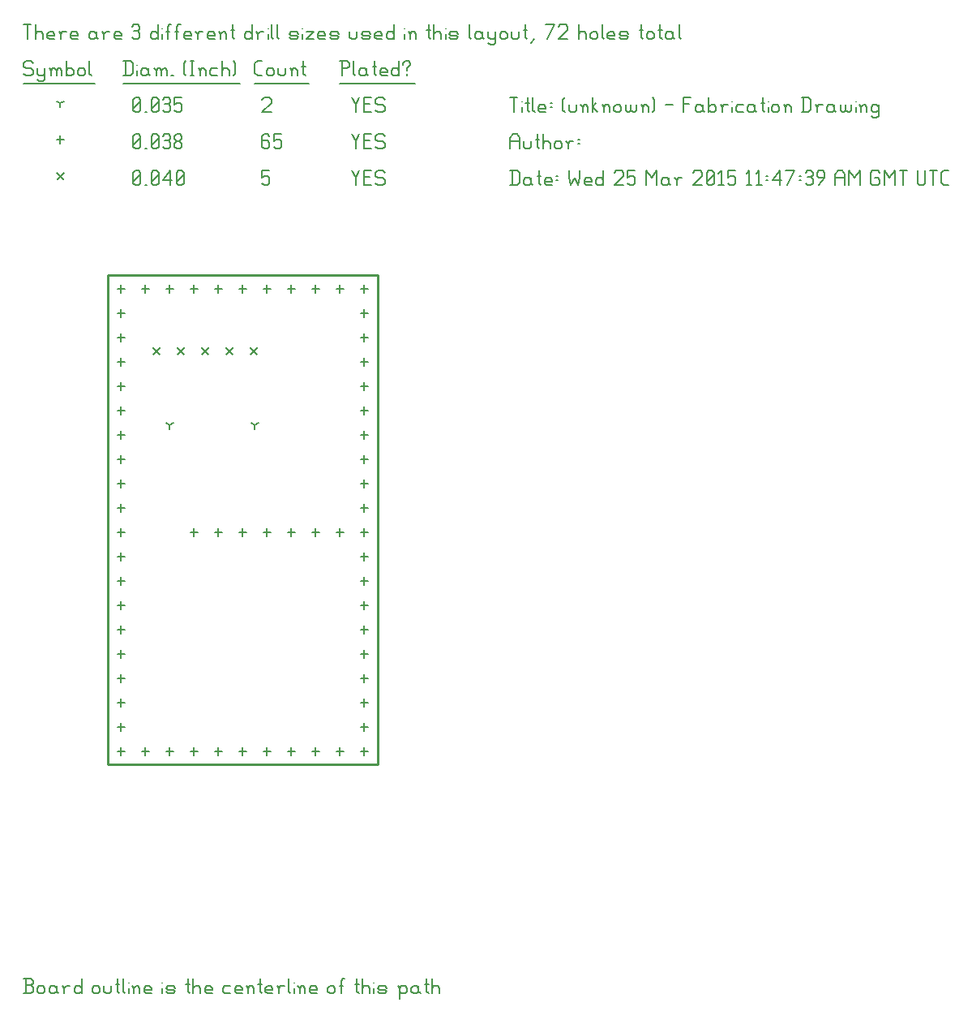
<source format=gbr>
G04 start of page 11 for group -3984 idx -3984 *
G04 Title: (unknown), fab *
G04 Creator: pcb 20140316 *
G04 CreationDate: Wed 25 Mar 2015 11:47:39 AM GMT UTC *
G04 For: fosse *
G04 Format: Gerber/RS-274X *
G04 PCB-Dimensions (mil): 1600.00 3000.00 *
G04 PCB-Coordinate-Origin: lower left *
%MOIN*%
%FSLAX25Y25*%
%LNFAB*%
%ADD43C,0.0100*%
%ADD42C,0.0075*%
%ADD41C,0.0060*%
%ADD40C,0.0001*%
G54D40*G36*
X53300Y256266D02*X56266Y253300D01*
X55700Y252734D01*
X52734Y255700D01*
X53300Y256266D01*
G37*
G36*
X52734Y253300D02*X55700Y256266D01*
X56266Y255700D01*
X53300Y252734D01*
X52734Y253300D01*
G37*
G36*
X63300Y256266D02*X66266Y253300D01*
X65700Y252734D01*
X62734Y255700D01*
X63300Y256266D01*
G37*
G36*
X62734Y253300D02*X65700Y256266D01*
X66266Y255700D01*
X63300Y252734D01*
X62734Y253300D01*
G37*
G36*
X73300Y256266D02*X76266Y253300D01*
X75700Y252734D01*
X72734Y255700D01*
X73300Y256266D01*
G37*
G36*
X72734Y253300D02*X75700Y256266D01*
X76266Y255700D01*
X73300Y252734D01*
X72734Y253300D01*
G37*
G36*
X83300Y256266D02*X86266Y253300D01*
X85700Y252734D01*
X82734Y255700D01*
X83300Y256266D01*
G37*
G36*
X82734Y253300D02*X85700Y256266D01*
X86266Y255700D01*
X83300Y252734D01*
X82734Y253300D01*
G37*
G36*
X93300Y256266D02*X96266Y253300D01*
X95700Y252734D01*
X92734Y255700D01*
X93300Y256266D01*
G37*
G36*
X92734Y253300D02*X95700Y256266D01*
X96266Y255700D01*
X93300Y252734D01*
X92734Y253300D01*
G37*
G36*
X13800Y328016D02*X16766Y325050D01*
X16200Y324484D01*
X13234Y327450D01*
X13800Y328016D01*
G37*
G36*
X13234Y325050D02*X16200Y328016D01*
X16766Y327450D01*
X13800Y324484D01*
X13234Y325050D01*
G37*
G54D41*X135000Y328500D02*X136500Y325500D01*
X138000Y328500D01*
X136500Y325500D02*Y322500D01*
X139800Y325800D02*X142050D01*
X139800Y322500D02*X142800D01*
X139800Y328500D02*Y322500D01*
Y328500D02*X142800D01*
X147600D02*X148350Y327750D01*
X145350Y328500D02*X147600D01*
X144600Y327750D02*X145350Y328500D01*
X144600Y327750D02*Y326250D01*
X145350Y325500D01*
X147600D01*
X148350Y324750D01*
Y323250D01*
X147600Y322500D02*X148350Y323250D01*
X145350Y322500D02*X147600D01*
X144600Y323250D02*X145350Y322500D01*
X98000Y328500D02*X101000D01*
X98000D02*Y325500D01*
X98750Y326250D01*
X100250D01*
X101000Y325500D01*
Y323250D01*
X100250Y322500D02*X101000Y323250D01*
X98750Y322500D02*X100250D01*
X98000Y323250D02*X98750Y322500D01*
X45000Y323250D02*X45750Y322500D01*
X45000Y327750D02*Y323250D01*
Y327750D02*X45750Y328500D01*
X47250D01*
X48000Y327750D01*
Y323250D01*
X47250Y322500D02*X48000Y323250D01*
X45750Y322500D02*X47250D01*
X45000Y324000D02*X48000Y327000D01*
X49800Y322500D02*X50550D01*
X52350Y323250D02*X53100Y322500D01*
X52350Y327750D02*Y323250D01*
Y327750D02*X53100Y328500D01*
X54600D01*
X55350Y327750D01*
Y323250D01*
X54600Y322500D02*X55350Y323250D01*
X53100Y322500D02*X54600D01*
X52350Y324000D02*X55350Y327000D01*
X57150Y324750D02*X60150Y328500D01*
X57150Y324750D02*X60900D01*
X60150Y328500D02*Y322500D01*
X62700Y323250D02*X63450Y322500D01*
X62700Y327750D02*Y323250D01*
Y327750D02*X63450Y328500D01*
X64950D01*
X65700Y327750D01*
Y323250D01*
X64950Y322500D02*X65700Y323250D01*
X63450Y322500D02*X64950D01*
X62700Y324000D02*X65700Y327000D01*
X50000Y91600D02*Y88400D01*
X48400Y90000D02*X51600D01*
X60000Y91600D02*Y88400D01*
X58400Y90000D02*X61600D01*
X70000Y91600D02*Y88400D01*
X68400Y90000D02*X71600D01*
X80000Y91600D02*Y88400D01*
X78400Y90000D02*X81600D01*
X90000Y91600D02*Y88400D01*
X88400Y90000D02*X91600D01*
X100000Y91600D02*Y88400D01*
X98400Y90000D02*X101600D01*
X110000Y91600D02*Y88400D01*
X108400Y90000D02*X111600D01*
X120000Y91600D02*Y88400D01*
X118400Y90000D02*X121600D01*
X130000Y91600D02*Y88400D01*
X128400Y90000D02*X131600D01*
X140000Y281600D02*Y278400D01*
X138400Y280000D02*X141600D01*
X140000Y271600D02*Y268400D01*
X138400Y270000D02*X141600D01*
X140000Y261600D02*Y258400D01*
X138400Y260000D02*X141600D01*
X140000Y251600D02*Y248400D01*
X138400Y250000D02*X141600D01*
X140000Y241600D02*Y238400D01*
X138400Y240000D02*X141600D01*
X140000Y231600D02*Y228400D01*
X138400Y230000D02*X141600D01*
X140000Y221600D02*Y218400D01*
X138400Y220000D02*X141600D01*
X140000Y211600D02*Y208400D01*
X138400Y210000D02*X141600D01*
X140000Y201600D02*Y198400D01*
X138400Y200000D02*X141600D01*
X140000Y191600D02*Y188400D01*
X138400Y190000D02*X141600D01*
X140000Y181600D02*Y178400D01*
X138400Y180000D02*X141600D01*
X140000Y171600D02*Y168400D01*
X138400Y170000D02*X141600D01*
X140000Y161600D02*Y158400D01*
X138400Y160000D02*X141600D01*
X140000Y151600D02*Y148400D01*
X138400Y150000D02*X141600D01*
X140000Y141600D02*Y138400D01*
X138400Y140000D02*X141600D01*
X140000Y131600D02*Y128400D01*
X138400Y130000D02*X141600D01*
X140000Y121600D02*Y118400D01*
X138400Y120000D02*X141600D01*
X140000Y111600D02*Y108400D01*
X138400Y110000D02*X141600D01*
X140000Y101600D02*Y98400D01*
X138400Y100000D02*X141600D01*
X140000Y91600D02*Y88400D01*
X138400Y90000D02*X141600D01*
X40000Y281600D02*Y278400D01*
X38400Y280000D02*X41600D01*
X40000Y271600D02*Y268400D01*
X38400Y270000D02*X41600D01*
X40000Y261600D02*Y258400D01*
X38400Y260000D02*X41600D01*
X40000Y251600D02*Y248400D01*
X38400Y250000D02*X41600D01*
X40000Y241600D02*Y238400D01*
X38400Y240000D02*X41600D01*
X40000Y231600D02*Y228400D01*
X38400Y230000D02*X41600D01*
X40000Y221600D02*Y218400D01*
X38400Y220000D02*X41600D01*
X40000Y211600D02*Y208400D01*
X38400Y210000D02*X41600D01*
X40000Y201600D02*Y198400D01*
X38400Y200000D02*X41600D01*
X40000Y191600D02*Y188400D01*
X38400Y190000D02*X41600D01*
X40000Y181600D02*Y178400D01*
X38400Y180000D02*X41600D01*
X40000Y171600D02*Y168400D01*
X38400Y170000D02*X41600D01*
X40000Y161600D02*Y158400D01*
X38400Y160000D02*X41600D01*
X40000Y151600D02*Y148400D01*
X38400Y150000D02*X41600D01*
X40000Y141600D02*Y138400D01*
X38400Y140000D02*X41600D01*
X40000Y131600D02*Y128400D01*
X38400Y130000D02*X41600D01*
X40000Y121600D02*Y118400D01*
X38400Y120000D02*X41600D01*
X40000Y111600D02*Y108400D01*
X38400Y110000D02*X41600D01*
X40000Y101600D02*Y98400D01*
X38400Y100000D02*X41600D01*
X40000Y91600D02*Y88400D01*
X38400Y90000D02*X41600D01*
X70000Y181600D02*Y178400D01*
X68400Y180000D02*X71600D01*
X80000Y181600D02*Y178400D01*
X78400Y180000D02*X81600D01*
X90000Y181600D02*Y178400D01*
X88400Y180000D02*X91600D01*
X100000Y181600D02*Y178400D01*
X98400Y180000D02*X101600D01*
X110000Y181600D02*Y178400D01*
X108400Y180000D02*X111600D01*
X120000Y181600D02*Y178400D01*
X118400Y180000D02*X121600D01*
X130000Y181600D02*Y178400D01*
X128400Y180000D02*X131600D01*
X50000Y281600D02*Y278400D01*
X48400Y280000D02*X51600D01*
X60000Y281600D02*Y278400D01*
X58400Y280000D02*X61600D01*
X70000Y281600D02*Y278400D01*
X68400Y280000D02*X71600D01*
X80000Y281600D02*Y278400D01*
X78400Y280000D02*X81600D01*
X90000Y281600D02*Y278400D01*
X88400Y280000D02*X91600D01*
X100000Y281600D02*Y278400D01*
X98400Y280000D02*X101600D01*
X110000Y281600D02*Y278400D01*
X108400Y280000D02*X111600D01*
X120000Y281600D02*Y278400D01*
X118400Y280000D02*X121600D01*
X130000Y281600D02*Y278400D01*
X128400Y280000D02*X131600D01*
X15000Y342850D02*Y339650D01*
X13400Y341250D02*X16600D01*
X135000Y343500D02*X136500Y340500D01*
X138000Y343500D01*
X136500Y340500D02*Y337500D01*
X139800Y340800D02*X142050D01*
X139800Y337500D02*X142800D01*
X139800Y343500D02*Y337500D01*
Y343500D02*X142800D01*
X147600D02*X148350Y342750D01*
X145350Y343500D02*X147600D01*
X144600Y342750D02*X145350Y343500D01*
X144600Y342750D02*Y341250D01*
X145350Y340500D01*
X147600D01*
X148350Y339750D01*
Y338250D01*
X147600Y337500D02*X148350Y338250D01*
X145350Y337500D02*X147600D01*
X144600Y338250D02*X145350Y337500D01*
X100250Y343500D02*X101000Y342750D01*
X98750Y343500D02*X100250D01*
X98000Y342750D02*X98750Y343500D01*
X98000Y342750D02*Y338250D01*
X98750Y337500D01*
X100250Y340800D02*X101000Y340050D01*
X98000Y340800D02*X100250D01*
X98750Y337500D02*X100250D01*
X101000Y338250D01*
Y340050D02*Y338250D01*
X102800Y343500D02*X105800D01*
X102800D02*Y340500D01*
X103550Y341250D01*
X105050D01*
X105800Y340500D01*
Y338250D01*
X105050Y337500D02*X105800Y338250D01*
X103550Y337500D02*X105050D01*
X102800Y338250D02*X103550Y337500D01*
X45000Y338250D02*X45750Y337500D01*
X45000Y342750D02*Y338250D01*
Y342750D02*X45750Y343500D01*
X47250D01*
X48000Y342750D01*
Y338250D01*
X47250Y337500D02*X48000Y338250D01*
X45750Y337500D02*X47250D01*
X45000Y339000D02*X48000Y342000D01*
X49800Y337500D02*X50550D01*
X52350Y338250D02*X53100Y337500D01*
X52350Y342750D02*Y338250D01*
Y342750D02*X53100Y343500D01*
X54600D01*
X55350Y342750D01*
Y338250D01*
X54600Y337500D02*X55350Y338250D01*
X53100Y337500D02*X54600D01*
X52350Y339000D02*X55350Y342000D01*
X57150Y342750D02*X57900Y343500D01*
X59400D01*
X60150Y342750D01*
X59400Y337500D02*X60150Y338250D01*
X57900Y337500D02*X59400D01*
X57150Y338250D02*X57900Y337500D01*
Y340800D02*X59400D01*
X60150Y342750D02*Y341550D01*
Y340050D02*Y338250D01*
Y340050D02*X59400Y340800D01*
X60150Y341550D02*X59400Y340800D01*
X61950Y338250D02*X62700Y337500D01*
X61950Y339450D02*Y338250D01*
Y339450D02*X63000Y340500D01*
X63900D01*
X64950Y339450D01*
Y338250D01*
X64200Y337500D02*X64950Y338250D01*
X62700Y337500D02*X64200D01*
X61950Y341550D02*X63000Y340500D01*
X61950Y342750D02*Y341550D01*
Y342750D02*X62700Y343500D01*
X64200D01*
X64950Y342750D01*
Y341550D01*
X63900Y340500D02*X64950Y341550D01*
X60000Y224000D02*Y222400D01*
Y224000D02*X61387Y224800D01*
X60000Y224000D02*X58613Y224800D01*
X95000Y224000D02*Y222400D01*
Y224000D02*X96387Y224800D01*
X95000Y224000D02*X93613Y224800D01*
X15000Y356250D02*Y354650D01*
Y356250D02*X16387Y357050D01*
X15000Y356250D02*X13613Y357050D01*
X135000Y358500D02*X136500Y355500D01*
X138000Y358500D01*
X136500Y355500D02*Y352500D01*
X139800Y355800D02*X142050D01*
X139800Y352500D02*X142800D01*
X139800Y358500D02*Y352500D01*
Y358500D02*X142800D01*
X147600D02*X148350Y357750D01*
X145350Y358500D02*X147600D01*
X144600Y357750D02*X145350Y358500D01*
X144600Y357750D02*Y356250D01*
X145350Y355500D01*
X147600D01*
X148350Y354750D01*
Y353250D01*
X147600Y352500D02*X148350Y353250D01*
X145350Y352500D02*X147600D01*
X144600Y353250D02*X145350Y352500D01*
X98000Y357750D02*X98750Y358500D01*
X101000D01*
X101750Y357750D01*
Y356250D01*
X98000Y352500D02*X101750Y356250D01*
X98000Y352500D02*X101750D01*
X45000Y353250D02*X45750Y352500D01*
X45000Y357750D02*Y353250D01*
Y357750D02*X45750Y358500D01*
X47250D01*
X48000Y357750D01*
Y353250D01*
X47250Y352500D02*X48000Y353250D01*
X45750Y352500D02*X47250D01*
X45000Y354000D02*X48000Y357000D01*
X49800Y352500D02*X50550D01*
X52350Y353250D02*X53100Y352500D01*
X52350Y357750D02*Y353250D01*
Y357750D02*X53100Y358500D01*
X54600D01*
X55350Y357750D01*
Y353250D01*
X54600Y352500D02*X55350Y353250D01*
X53100Y352500D02*X54600D01*
X52350Y354000D02*X55350Y357000D01*
X57150Y357750D02*X57900Y358500D01*
X59400D01*
X60150Y357750D01*
X59400Y352500D02*X60150Y353250D01*
X57900Y352500D02*X59400D01*
X57150Y353250D02*X57900Y352500D01*
Y355800D02*X59400D01*
X60150Y357750D02*Y356550D01*
Y355050D02*Y353250D01*
Y355050D02*X59400Y355800D01*
X60150Y356550D02*X59400Y355800D01*
X61950Y358500D02*X64950D01*
X61950D02*Y355500D01*
X62700Y356250D01*
X64200D01*
X64950Y355500D01*
Y353250D01*
X64200Y352500D02*X64950Y353250D01*
X62700Y352500D02*X64200D01*
X61950Y353250D02*X62700Y352500D01*
X3000Y373500D02*X3750Y372750D01*
X750Y373500D02*X3000D01*
X0Y372750D02*X750Y373500D01*
X0Y372750D02*Y371250D01*
X750Y370500D01*
X3000D01*
X3750Y369750D01*
Y368250D01*
X3000Y367500D02*X3750Y368250D01*
X750Y367500D02*X3000D01*
X0Y368250D02*X750Y367500D01*
X5550Y370500D02*Y368250D01*
X6300Y367500D01*
X8550Y370500D02*Y366000D01*
X7800Y365250D02*X8550Y366000D01*
X6300Y365250D02*X7800D01*
X5550Y366000D02*X6300Y365250D01*
Y367500D02*X7800D01*
X8550Y368250D01*
X11100Y369750D02*Y367500D01*
Y369750D02*X11850Y370500D01*
X12600D01*
X13350Y369750D01*
Y367500D01*
Y369750D02*X14100Y370500D01*
X14850D01*
X15600Y369750D01*
Y367500D01*
X10350Y370500D02*X11100Y369750D01*
X17400Y373500D02*Y367500D01*
Y368250D02*X18150Y367500D01*
X19650D01*
X20400Y368250D01*
Y369750D02*Y368250D01*
X19650Y370500D02*X20400Y369750D01*
X18150Y370500D02*X19650D01*
X17400Y369750D02*X18150Y370500D01*
X22200Y369750D02*Y368250D01*
Y369750D02*X22950Y370500D01*
X24450D01*
X25200Y369750D01*
Y368250D01*
X24450Y367500D02*X25200Y368250D01*
X22950Y367500D02*X24450D01*
X22200Y368250D02*X22950Y367500D01*
X27000Y373500D02*Y368250D01*
X27750Y367500D01*
X0Y364250D02*X29250D01*
X41750Y373500D02*Y367500D01*
X43700Y373500D02*X44750Y372450D01*
Y368550D01*
X43700Y367500D02*X44750Y368550D01*
X41000Y367500D02*X43700D01*
X41000Y373500D02*X43700D01*
G54D42*X46550Y372000D02*Y371850D01*
G54D41*Y369750D02*Y367500D01*
X50300Y370500D02*X51050Y369750D01*
X48800Y370500D02*X50300D01*
X48050Y369750D02*X48800Y370500D01*
X48050Y369750D02*Y368250D01*
X48800Y367500D01*
X51050Y370500D02*Y368250D01*
X51800Y367500D01*
X48800D02*X50300D01*
X51050Y368250D01*
X54350Y369750D02*Y367500D01*
Y369750D02*X55100Y370500D01*
X55850D01*
X56600Y369750D01*
Y367500D01*
Y369750D02*X57350Y370500D01*
X58100D01*
X58850Y369750D01*
Y367500D01*
X53600Y370500D02*X54350Y369750D01*
X60650Y367500D02*X61400D01*
X65900Y368250D02*X66650Y367500D01*
X65900Y372750D02*X66650Y373500D01*
X65900Y372750D02*Y368250D01*
X68450Y373500D02*X69950D01*
X69200D02*Y367500D01*
X68450D02*X69950D01*
X72500Y369750D02*Y367500D01*
Y369750D02*X73250Y370500D01*
X74000D01*
X74750Y369750D01*
Y367500D01*
X71750Y370500D02*X72500Y369750D01*
X77300Y370500D02*X79550D01*
X76550Y369750D02*X77300Y370500D01*
X76550Y369750D02*Y368250D01*
X77300Y367500D01*
X79550D01*
X81350Y373500D02*Y367500D01*
Y369750D02*X82100Y370500D01*
X83600D01*
X84350Y369750D01*
Y367500D01*
X86150Y373500D02*X86900Y372750D01*
Y368250D01*
X86150Y367500D02*X86900Y368250D01*
X41000Y364250D02*X88700D01*
X96050Y367500D02*X98000D01*
X95000Y368550D02*X96050Y367500D01*
X95000Y372450D02*Y368550D01*
Y372450D02*X96050Y373500D01*
X98000D01*
X99800Y369750D02*Y368250D01*
Y369750D02*X100550Y370500D01*
X102050D01*
X102800Y369750D01*
Y368250D01*
X102050Y367500D02*X102800Y368250D01*
X100550Y367500D02*X102050D01*
X99800Y368250D02*X100550Y367500D01*
X104600Y370500D02*Y368250D01*
X105350Y367500D01*
X106850D01*
X107600Y368250D01*
Y370500D02*Y368250D01*
X110150Y369750D02*Y367500D01*
Y369750D02*X110900Y370500D01*
X111650D01*
X112400Y369750D01*
Y367500D01*
X109400Y370500D02*X110150Y369750D01*
X114950Y373500D02*Y368250D01*
X115700Y367500D01*
X114200Y371250D02*X115700D01*
X95000Y364250D02*X117200D01*
X130750Y373500D02*Y367500D01*
X130000Y373500D02*X133000D01*
X133750Y372750D01*
Y371250D01*
X133000Y370500D02*X133750Y371250D01*
X130750Y370500D02*X133000D01*
X135550Y373500D02*Y368250D01*
X136300Y367500D01*
X140050Y370500D02*X140800Y369750D01*
X138550Y370500D02*X140050D01*
X137800Y369750D02*X138550Y370500D01*
X137800Y369750D02*Y368250D01*
X138550Y367500D01*
X140800Y370500D02*Y368250D01*
X141550Y367500D01*
X138550D02*X140050D01*
X140800Y368250D01*
X144100Y373500D02*Y368250D01*
X144850Y367500D01*
X143350Y371250D02*X144850D01*
X147100Y367500D02*X149350D01*
X146350Y368250D02*X147100Y367500D01*
X146350Y369750D02*Y368250D01*
Y369750D02*X147100Y370500D01*
X148600D01*
X149350Y369750D01*
X146350Y369000D02*X149350D01*
Y369750D02*Y369000D01*
X154150Y373500D02*Y367500D01*
X153400D02*X154150Y368250D01*
X151900Y367500D02*X153400D01*
X151150Y368250D02*X151900Y367500D01*
X151150Y369750D02*Y368250D01*
Y369750D02*X151900Y370500D01*
X153400D01*
X154150Y369750D01*
X157450Y370500D02*Y369750D01*
Y368250D02*Y367500D01*
X155950Y372750D02*Y372000D01*
Y372750D02*X156700Y373500D01*
X158200D01*
X158950Y372750D01*
Y372000D01*
X157450Y370500D02*X158950Y372000D01*
X130000Y364250D02*X160750D01*
X0Y388500D02*X3000D01*
X1500D02*Y382500D01*
X4800Y388500D02*Y382500D01*
Y384750D02*X5550Y385500D01*
X7050D01*
X7800Y384750D01*
Y382500D01*
X10350D02*X12600D01*
X9600Y383250D02*X10350Y382500D01*
X9600Y384750D02*Y383250D01*
Y384750D02*X10350Y385500D01*
X11850D01*
X12600Y384750D01*
X9600Y384000D02*X12600D01*
Y384750D02*Y384000D01*
X15150Y384750D02*Y382500D01*
Y384750D02*X15900Y385500D01*
X17400D01*
X14400D02*X15150Y384750D01*
X19950Y382500D02*X22200D01*
X19200Y383250D02*X19950Y382500D01*
X19200Y384750D02*Y383250D01*
Y384750D02*X19950Y385500D01*
X21450D01*
X22200Y384750D01*
X19200Y384000D02*X22200D01*
Y384750D02*Y384000D01*
X28950Y385500D02*X29700Y384750D01*
X27450Y385500D02*X28950D01*
X26700Y384750D02*X27450Y385500D01*
X26700Y384750D02*Y383250D01*
X27450Y382500D01*
X29700Y385500D02*Y383250D01*
X30450Y382500D01*
X27450D02*X28950D01*
X29700Y383250D01*
X33000Y384750D02*Y382500D01*
Y384750D02*X33750Y385500D01*
X35250D01*
X32250D02*X33000Y384750D01*
X37800Y382500D02*X40050D01*
X37050Y383250D02*X37800Y382500D01*
X37050Y384750D02*Y383250D01*
Y384750D02*X37800Y385500D01*
X39300D01*
X40050Y384750D01*
X37050Y384000D02*X40050D01*
Y384750D02*Y384000D01*
X44550Y387750D02*X45300Y388500D01*
X46800D01*
X47550Y387750D01*
X46800Y382500D02*X47550Y383250D01*
X45300Y382500D02*X46800D01*
X44550Y383250D02*X45300Y382500D01*
Y385800D02*X46800D01*
X47550Y387750D02*Y386550D01*
Y385050D02*Y383250D01*
Y385050D02*X46800Y385800D01*
X47550Y386550D02*X46800Y385800D01*
X55050Y388500D02*Y382500D01*
X54300D02*X55050Y383250D01*
X52800Y382500D02*X54300D01*
X52050Y383250D02*X52800Y382500D01*
X52050Y384750D02*Y383250D01*
Y384750D02*X52800Y385500D01*
X54300D01*
X55050Y384750D01*
G54D42*X56850Y387000D02*Y386850D01*
G54D41*Y384750D02*Y382500D01*
X59100Y387750D02*Y382500D01*
Y387750D02*X59850Y388500D01*
X60600D01*
X58350Y385500D02*X59850D01*
X62850Y387750D02*Y382500D01*
Y387750D02*X63600Y388500D01*
X64350D01*
X62100Y385500D02*X63600D01*
X66600Y382500D02*X68850D01*
X65850Y383250D02*X66600Y382500D01*
X65850Y384750D02*Y383250D01*
Y384750D02*X66600Y385500D01*
X68100D01*
X68850Y384750D01*
X65850Y384000D02*X68850D01*
Y384750D02*Y384000D01*
X71400Y384750D02*Y382500D01*
Y384750D02*X72150Y385500D01*
X73650D01*
X70650D02*X71400Y384750D01*
X76200Y382500D02*X78450D01*
X75450Y383250D02*X76200Y382500D01*
X75450Y384750D02*Y383250D01*
Y384750D02*X76200Y385500D01*
X77700D01*
X78450Y384750D01*
X75450Y384000D02*X78450D01*
Y384750D02*Y384000D01*
X81000Y384750D02*Y382500D01*
Y384750D02*X81750Y385500D01*
X82500D01*
X83250Y384750D01*
Y382500D01*
X80250Y385500D02*X81000Y384750D01*
X85800Y388500D02*Y383250D01*
X86550Y382500D01*
X85050Y386250D02*X86550D01*
X93750Y388500D02*Y382500D01*
X93000D02*X93750Y383250D01*
X91500Y382500D02*X93000D01*
X90750Y383250D02*X91500Y382500D01*
X90750Y384750D02*Y383250D01*
Y384750D02*X91500Y385500D01*
X93000D01*
X93750Y384750D01*
X96300D02*Y382500D01*
Y384750D02*X97050Y385500D01*
X98550D01*
X95550D02*X96300Y384750D01*
G54D42*X100350Y387000D02*Y386850D01*
G54D41*Y384750D02*Y382500D01*
X101850Y388500D02*Y383250D01*
X102600Y382500D01*
X104100Y388500D02*Y383250D01*
X104850Y382500D01*
X109800D02*X112050D01*
X112800Y383250D01*
X112050Y384000D02*X112800Y383250D01*
X109800Y384000D02*X112050D01*
X109050Y384750D02*X109800Y384000D01*
X109050Y384750D02*X109800Y385500D01*
X112050D01*
X112800Y384750D01*
X109050Y383250D02*X109800Y382500D01*
G54D42*X114600Y387000D02*Y386850D01*
G54D41*Y384750D02*Y382500D01*
X116100Y385500D02*X119100D01*
X116100Y382500D02*X119100Y385500D01*
X116100Y382500D02*X119100D01*
X121650D02*X123900D01*
X120900Y383250D02*X121650Y382500D01*
X120900Y384750D02*Y383250D01*
Y384750D02*X121650Y385500D01*
X123150D01*
X123900Y384750D01*
X120900Y384000D02*X123900D01*
Y384750D02*Y384000D01*
X126450Y382500D02*X128700D01*
X129450Y383250D01*
X128700Y384000D02*X129450Y383250D01*
X126450Y384000D02*X128700D01*
X125700Y384750D02*X126450Y384000D01*
X125700Y384750D02*X126450Y385500D01*
X128700D01*
X129450Y384750D01*
X125700Y383250D02*X126450Y382500D01*
X133950Y385500D02*Y383250D01*
X134700Y382500D01*
X136200D01*
X136950Y383250D01*
Y385500D02*Y383250D01*
X139500Y382500D02*X141750D01*
X142500Y383250D01*
X141750Y384000D02*X142500Y383250D01*
X139500Y384000D02*X141750D01*
X138750Y384750D02*X139500Y384000D01*
X138750Y384750D02*X139500Y385500D01*
X141750D01*
X142500Y384750D01*
X138750Y383250D02*X139500Y382500D01*
X145050D02*X147300D01*
X144300Y383250D02*X145050Y382500D01*
X144300Y384750D02*Y383250D01*
Y384750D02*X145050Y385500D01*
X146550D01*
X147300Y384750D01*
X144300Y384000D02*X147300D01*
Y384750D02*Y384000D01*
X152100Y388500D02*Y382500D01*
X151350D02*X152100Y383250D01*
X149850Y382500D02*X151350D01*
X149100Y383250D02*X149850Y382500D01*
X149100Y384750D02*Y383250D01*
Y384750D02*X149850Y385500D01*
X151350D01*
X152100Y384750D01*
G54D42*X156600Y387000D02*Y386850D01*
G54D41*Y384750D02*Y382500D01*
X158850Y384750D02*Y382500D01*
Y384750D02*X159600Y385500D01*
X160350D01*
X161100Y384750D01*
Y382500D01*
X158100Y385500D02*X158850Y384750D01*
X166350Y388500D02*Y383250D01*
X167100Y382500D01*
X165600Y386250D02*X167100D01*
X168600Y388500D02*Y382500D01*
Y384750D02*X169350Y385500D01*
X170850D01*
X171600Y384750D01*
Y382500D01*
G54D42*X173400Y387000D02*Y386850D01*
G54D41*Y384750D02*Y382500D01*
X175650D02*X177900D01*
X178650Y383250D01*
X177900Y384000D02*X178650Y383250D01*
X175650Y384000D02*X177900D01*
X174900Y384750D02*X175650Y384000D01*
X174900Y384750D02*X175650Y385500D01*
X177900D01*
X178650Y384750D01*
X174900Y383250D02*X175650Y382500D01*
X183150Y388500D02*Y383250D01*
X183900Y382500D01*
X187650Y385500D02*X188400Y384750D01*
X186150Y385500D02*X187650D01*
X185400Y384750D02*X186150Y385500D01*
X185400Y384750D02*Y383250D01*
X186150Y382500D01*
X188400Y385500D02*Y383250D01*
X189150Y382500D01*
X186150D02*X187650D01*
X188400Y383250D01*
X190950Y385500D02*Y383250D01*
X191700Y382500D01*
X193950Y385500D02*Y381000D01*
X193200Y380250D02*X193950Y381000D01*
X191700Y380250D02*X193200D01*
X190950Y381000D02*X191700Y380250D01*
Y382500D02*X193200D01*
X193950Y383250D01*
X195750Y384750D02*Y383250D01*
Y384750D02*X196500Y385500D01*
X198000D01*
X198750Y384750D01*
Y383250D01*
X198000Y382500D02*X198750Y383250D01*
X196500Y382500D02*X198000D01*
X195750Y383250D02*X196500Y382500D01*
X200550Y385500D02*Y383250D01*
X201300Y382500D01*
X202800D01*
X203550Y383250D01*
Y385500D02*Y383250D01*
X206100Y388500D02*Y383250D01*
X206850Y382500D01*
X205350Y386250D02*X206850D01*
X208350Y381000D02*X209850Y382500D01*
X215100D02*X218100Y388500D01*
X214350D02*X218100D01*
X219900Y387750D02*X220650Y388500D01*
X222900D01*
X223650Y387750D01*
Y386250D01*
X219900Y382500D02*X223650Y386250D01*
X219900Y382500D02*X223650D01*
X228150Y388500D02*Y382500D01*
Y384750D02*X228900Y385500D01*
X230400D01*
X231150Y384750D01*
Y382500D01*
X232950Y384750D02*Y383250D01*
Y384750D02*X233700Y385500D01*
X235200D01*
X235950Y384750D01*
Y383250D01*
X235200Y382500D02*X235950Y383250D01*
X233700Y382500D02*X235200D01*
X232950Y383250D02*X233700Y382500D01*
X237750Y388500D02*Y383250D01*
X238500Y382500D01*
X240750D02*X243000D01*
X240000Y383250D02*X240750Y382500D01*
X240000Y384750D02*Y383250D01*
Y384750D02*X240750Y385500D01*
X242250D01*
X243000Y384750D01*
X240000Y384000D02*X243000D01*
Y384750D02*Y384000D01*
X245550Y382500D02*X247800D01*
X248550Y383250D01*
X247800Y384000D02*X248550Y383250D01*
X245550Y384000D02*X247800D01*
X244800Y384750D02*X245550Y384000D01*
X244800Y384750D02*X245550Y385500D01*
X247800D01*
X248550Y384750D01*
X244800Y383250D02*X245550Y382500D01*
X253800Y388500D02*Y383250D01*
X254550Y382500D01*
X253050Y386250D02*X254550D01*
X256050Y384750D02*Y383250D01*
Y384750D02*X256800Y385500D01*
X258300D01*
X259050Y384750D01*
Y383250D01*
X258300Y382500D02*X259050Y383250D01*
X256800Y382500D02*X258300D01*
X256050Y383250D02*X256800Y382500D01*
X261600Y388500D02*Y383250D01*
X262350Y382500D01*
X260850Y386250D02*X262350D01*
X266100Y385500D02*X266850Y384750D01*
X264600Y385500D02*X266100D01*
X263850Y384750D02*X264600Y385500D01*
X263850Y384750D02*Y383250D01*
X264600Y382500D01*
X266850Y385500D02*Y383250D01*
X267600Y382500D01*
X264600D02*X266100D01*
X266850Y383250D01*
X269400Y388500D02*Y383250D01*
X270150Y382500D01*
G54D43*X34500Y285500D02*X145500D01*
Y84500D01*
X34500D01*
Y285500D01*
G54D41*X0Y-9500D02*X3000D01*
X3750Y-8750D01*
Y-6950D02*Y-8750D01*
X3000Y-6200D02*X3750Y-6950D01*
X750Y-6200D02*X3000D01*
X750Y-3500D02*Y-9500D01*
X0Y-3500D02*X3000D01*
X3750Y-4250D01*
Y-5450D01*
X3000Y-6200D02*X3750Y-5450D01*
X5550Y-7250D02*Y-8750D01*
Y-7250D02*X6300Y-6500D01*
X7800D01*
X8550Y-7250D01*
Y-8750D01*
X7800Y-9500D02*X8550Y-8750D01*
X6300Y-9500D02*X7800D01*
X5550Y-8750D02*X6300Y-9500D01*
X12600Y-6500D02*X13350Y-7250D01*
X11100Y-6500D02*X12600D01*
X10350Y-7250D02*X11100Y-6500D01*
X10350Y-7250D02*Y-8750D01*
X11100Y-9500D01*
X13350Y-6500D02*Y-8750D01*
X14100Y-9500D01*
X11100D02*X12600D01*
X13350Y-8750D01*
X16650Y-7250D02*Y-9500D01*
Y-7250D02*X17400Y-6500D01*
X18900D01*
X15900D02*X16650Y-7250D01*
X23700Y-3500D02*Y-9500D01*
X22950D02*X23700Y-8750D01*
X21450Y-9500D02*X22950D01*
X20700Y-8750D02*X21450Y-9500D01*
X20700Y-7250D02*Y-8750D01*
Y-7250D02*X21450Y-6500D01*
X22950D01*
X23700Y-7250D01*
X28200D02*Y-8750D01*
Y-7250D02*X28950Y-6500D01*
X30450D01*
X31200Y-7250D01*
Y-8750D01*
X30450Y-9500D02*X31200Y-8750D01*
X28950Y-9500D02*X30450D01*
X28200Y-8750D02*X28950Y-9500D01*
X33000Y-6500D02*Y-8750D01*
X33750Y-9500D01*
X35250D01*
X36000Y-8750D01*
Y-6500D02*Y-8750D01*
X38550Y-3500D02*Y-8750D01*
X39300Y-9500D01*
X37800Y-5750D02*X39300D01*
X40800Y-3500D02*Y-8750D01*
X41550Y-9500D01*
G54D42*X43050Y-5000D02*Y-5150D01*
G54D41*Y-7250D02*Y-9500D01*
X45300Y-7250D02*Y-9500D01*
Y-7250D02*X46050Y-6500D01*
X46800D01*
X47550Y-7250D01*
Y-9500D01*
X44550Y-6500D02*X45300Y-7250D01*
X50100Y-9500D02*X52350D01*
X49350Y-8750D02*X50100Y-9500D01*
X49350Y-7250D02*Y-8750D01*
Y-7250D02*X50100Y-6500D01*
X51600D01*
X52350Y-7250D01*
X49350Y-8000D02*X52350D01*
Y-7250D02*Y-8000D01*
G54D42*X56850Y-5000D02*Y-5150D01*
G54D41*Y-7250D02*Y-9500D01*
X59100D02*X61350D01*
X62100Y-8750D01*
X61350Y-8000D02*X62100Y-8750D01*
X59100Y-8000D02*X61350D01*
X58350Y-7250D02*X59100Y-8000D01*
X58350Y-7250D02*X59100Y-6500D01*
X61350D01*
X62100Y-7250D01*
X58350Y-8750D02*X59100Y-9500D01*
X67350Y-3500D02*Y-8750D01*
X68100Y-9500D01*
X66600Y-5750D02*X68100D01*
X69600Y-3500D02*Y-9500D01*
Y-7250D02*X70350Y-6500D01*
X71850D01*
X72600Y-7250D01*
Y-9500D01*
X75150D02*X77400D01*
X74400Y-8750D02*X75150Y-9500D01*
X74400Y-7250D02*Y-8750D01*
Y-7250D02*X75150Y-6500D01*
X76650D01*
X77400Y-7250D01*
X74400Y-8000D02*X77400D01*
Y-7250D02*Y-8000D01*
X82650Y-6500D02*X84900D01*
X81900Y-7250D02*X82650Y-6500D01*
X81900Y-7250D02*Y-8750D01*
X82650Y-9500D01*
X84900D01*
X87450D02*X89700D01*
X86700Y-8750D02*X87450Y-9500D01*
X86700Y-7250D02*Y-8750D01*
Y-7250D02*X87450Y-6500D01*
X88950D01*
X89700Y-7250D01*
X86700Y-8000D02*X89700D01*
Y-7250D02*Y-8000D01*
X92250Y-7250D02*Y-9500D01*
Y-7250D02*X93000Y-6500D01*
X93750D01*
X94500Y-7250D01*
Y-9500D01*
X91500Y-6500D02*X92250Y-7250D01*
X97050Y-3500D02*Y-8750D01*
X97800Y-9500D01*
X96300Y-5750D02*X97800D01*
X100050Y-9500D02*X102300D01*
X99300Y-8750D02*X100050Y-9500D01*
X99300Y-7250D02*Y-8750D01*
Y-7250D02*X100050Y-6500D01*
X101550D01*
X102300Y-7250D01*
X99300Y-8000D02*X102300D01*
Y-7250D02*Y-8000D01*
X104850Y-7250D02*Y-9500D01*
Y-7250D02*X105600Y-6500D01*
X107100D01*
X104100D02*X104850Y-7250D01*
X108900Y-3500D02*Y-8750D01*
X109650Y-9500D01*
G54D42*X111150Y-5000D02*Y-5150D01*
G54D41*Y-7250D02*Y-9500D01*
X113400Y-7250D02*Y-9500D01*
Y-7250D02*X114150Y-6500D01*
X114900D01*
X115650Y-7250D01*
Y-9500D01*
X112650Y-6500D02*X113400Y-7250D01*
X118200Y-9500D02*X120450D01*
X117450Y-8750D02*X118200Y-9500D01*
X117450Y-7250D02*Y-8750D01*
Y-7250D02*X118200Y-6500D01*
X119700D01*
X120450Y-7250D01*
X117450Y-8000D02*X120450D01*
Y-7250D02*Y-8000D01*
X124950Y-7250D02*Y-8750D01*
Y-7250D02*X125700Y-6500D01*
X127200D01*
X127950Y-7250D01*
Y-8750D01*
X127200Y-9500D02*X127950Y-8750D01*
X125700Y-9500D02*X127200D01*
X124950Y-8750D02*X125700Y-9500D01*
X130500Y-4250D02*Y-9500D01*
Y-4250D02*X131250Y-3500D01*
X132000D01*
X129750Y-6500D02*X131250D01*
X136950Y-3500D02*Y-8750D01*
X137700Y-9500D01*
X136200Y-5750D02*X137700D01*
X139200Y-3500D02*Y-9500D01*
Y-7250D02*X139950Y-6500D01*
X141450D01*
X142200Y-7250D01*
Y-9500D01*
G54D42*X144000Y-5000D02*Y-5150D01*
G54D41*Y-7250D02*Y-9500D01*
X146250D02*X148500D01*
X149250Y-8750D01*
X148500Y-8000D02*X149250Y-8750D01*
X146250Y-8000D02*X148500D01*
X145500Y-7250D02*X146250Y-8000D01*
X145500Y-7250D02*X146250Y-6500D01*
X148500D01*
X149250Y-7250D01*
X145500Y-8750D02*X146250Y-9500D01*
X154500Y-7250D02*Y-11750D01*
X153750Y-6500D02*X154500Y-7250D01*
X155250Y-6500D01*
X156750D01*
X157500Y-7250D01*
Y-8750D01*
X156750Y-9500D02*X157500Y-8750D01*
X155250Y-9500D02*X156750D01*
X154500Y-8750D02*X155250Y-9500D01*
X161550Y-6500D02*X162300Y-7250D01*
X160050Y-6500D02*X161550D01*
X159300Y-7250D02*X160050Y-6500D01*
X159300Y-7250D02*Y-8750D01*
X160050Y-9500D01*
X162300Y-6500D02*Y-8750D01*
X163050Y-9500D01*
X160050D02*X161550D01*
X162300Y-8750D01*
X165600Y-3500D02*Y-8750D01*
X166350Y-9500D01*
X164850Y-5750D02*X166350D01*
X167850Y-3500D02*Y-9500D01*
Y-7250D02*X168600Y-6500D01*
X170100D01*
X170850Y-7250D01*
Y-9500D01*
X200750Y328500D02*Y322500D01*
X202700Y328500D02*X203750Y327450D01*
Y323550D01*
X202700Y322500D02*X203750Y323550D01*
X200000Y322500D02*X202700D01*
X200000Y328500D02*X202700D01*
X207800Y325500D02*X208550Y324750D01*
X206300Y325500D02*X207800D01*
X205550Y324750D02*X206300Y325500D01*
X205550Y324750D02*Y323250D01*
X206300Y322500D01*
X208550Y325500D02*Y323250D01*
X209300Y322500D01*
X206300D02*X207800D01*
X208550Y323250D01*
X211850Y328500D02*Y323250D01*
X212600Y322500D01*
X211100Y326250D02*X212600D01*
X214850Y322500D02*X217100D01*
X214100Y323250D02*X214850Y322500D01*
X214100Y324750D02*Y323250D01*
Y324750D02*X214850Y325500D01*
X216350D01*
X217100Y324750D01*
X214100Y324000D02*X217100D01*
Y324750D02*Y324000D01*
X218900Y326250D02*X219650D01*
X218900Y324750D02*X219650D01*
X224150Y328500D02*Y325500D01*
X224900Y322500D01*
X226400Y325500D01*
X227900Y322500D01*
X228650Y325500D01*
Y328500D02*Y325500D01*
X231200Y322500D02*X233450D01*
X230450Y323250D02*X231200Y322500D01*
X230450Y324750D02*Y323250D01*
Y324750D02*X231200Y325500D01*
X232700D01*
X233450Y324750D01*
X230450Y324000D02*X233450D01*
Y324750D02*Y324000D01*
X238250Y328500D02*Y322500D01*
X237500D02*X238250Y323250D01*
X236000Y322500D02*X237500D01*
X235250Y323250D02*X236000Y322500D01*
X235250Y324750D02*Y323250D01*
Y324750D02*X236000Y325500D01*
X237500D01*
X238250Y324750D01*
X242750Y327750D02*X243500Y328500D01*
X245750D01*
X246500Y327750D01*
Y326250D01*
X242750Y322500D02*X246500Y326250D01*
X242750Y322500D02*X246500D01*
X248300Y328500D02*X251300D01*
X248300D02*Y325500D01*
X249050Y326250D01*
X250550D01*
X251300Y325500D01*
Y323250D01*
X250550Y322500D02*X251300Y323250D01*
X249050Y322500D02*X250550D01*
X248300Y323250D02*X249050Y322500D01*
X255800Y328500D02*Y322500D01*
Y328500D02*X258050Y325500D01*
X260300Y328500D01*
Y322500D01*
X264350Y325500D02*X265100Y324750D01*
X262850Y325500D02*X264350D01*
X262100Y324750D02*X262850Y325500D01*
X262100Y324750D02*Y323250D01*
X262850Y322500D01*
X265100Y325500D02*Y323250D01*
X265850Y322500D01*
X262850D02*X264350D01*
X265100Y323250D01*
X268400Y324750D02*Y322500D01*
Y324750D02*X269150Y325500D01*
X270650D01*
X267650D02*X268400Y324750D01*
X275150Y327750D02*X275900Y328500D01*
X278150D01*
X278900Y327750D01*
Y326250D01*
X275150Y322500D02*X278900Y326250D01*
X275150Y322500D02*X278900D01*
X280700Y323250D02*X281450Y322500D01*
X280700Y327750D02*Y323250D01*
Y327750D02*X281450Y328500D01*
X282950D01*
X283700Y327750D01*
Y323250D01*
X282950Y322500D02*X283700Y323250D01*
X281450Y322500D02*X282950D01*
X280700Y324000D02*X283700Y327000D01*
X285500Y327300D02*X286700Y328500D01*
Y322500D01*
X285500D02*X287750D01*
X289550Y328500D02*X292550D01*
X289550D02*Y325500D01*
X290300Y326250D01*
X291800D01*
X292550Y325500D01*
Y323250D01*
X291800Y322500D02*X292550Y323250D01*
X290300Y322500D02*X291800D01*
X289550Y323250D02*X290300Y322500D01*
X297050Y327300D02*X298250Y328500D01*
Y322500D01*
X297050D02*X299300D01*
X301100Y327300D02*X302300Y328500D01*
Y322500D01*
X301100D02*X303350D01*
X305150Y326250D02*X305900D01*
X305150Y324750D02*X305900D01*
X307700D02*X310700Y328500D01*
X307700Y324750D02*X311450D01*
X310700Y328500D02*Y322500D01*
X314000D02*X317000Y328500D01*
X313250D02*X317000D01*
X318800Y326250D02*X319550D01*
X318800Y324750D02*X319550D01*
X321350Y327750D02*X322100Y328500D01*
X323600D01*
X324350Y327750D01*
X323600Y322500D02*X324350Y323250D01*
X322100Y322500D02*X323600D01*
X321350Y323250D02*X322100Y322500D01*
Y325800D02*X323600D01*
X324350Y327750D02*Y326550D01*
Y325050D02*Y323250D01*
Y325050D02*X323600Y325800D01*
X324350Y326550D02*X323600Y325800D01*
X326900Y322500D02*X329150Y325500D01*
Y327750D02*Y325500D01*
X328400Y328500D02*X329150Y327750D01*
X326900Y328500D02*X328400D01*
X326150Y327750D02*X326900Y328500D01*
X326150Y327750D02*Y326250D01*
X326900Y325500D01*
X329150D01*
X333650Y327000D02*Y322500D01*
Y327000D02*X334700Y328500D01*
X336350D01*
X337400Y327000D01*
Y322500D01*
X333650Y325500D02*X337400D01*
X339200Y328500D02*Y322500D01*
Y328500D02*X341450Y325500D01*
X343700Y328500D01*
Y322500D01*
X351200Y328500D02*X351950Y327750D01*
X348950Y328500D02*X351200D01*
X348200Y327750D02*X348950Y328500D01*
X348200Y327750D02*Y323250D01*
X348950Y322500D01*
X351200D01*
X351950Y323250D01*
Y324750D02*Y323250D01*
X351200Y325500D02*X351950Y324750D01*
X349700Y325500D02*X351200D01*
X353750Y328500D02*Y322500D01*
Y328500D02*X356000Y325500D01*
X358250Y328500D01*
Y322500D01*
X360050Y328500D02*X363050D01*
X361550D02*Y322500D01*
X367550Y328500D02*Y323250D01*
X368300Y322500D01*
X369800D01*
X370550Y323250D01*
Y328500D02*Y323250D01*
X372350Y328500D02*X375350D01*
X373850D02*Y322500D01*
X378200D02*X380150D01*
X377150Y323550D02*X378200Y322500D01*
X377150Y327450D02*Y323550D01*
Y327450D02*X378200Y328500D01*
X380150D01*
X200000Y342000D02*Y337500D01*
Y342000D02*X201050Y343500D01*
X202700D01*
X203750Y342000D01*
Y337500D01*
X200000Y340500D02*X203750D01*
X205550D02*Y338250D01*
X206300Y337500D01*
X207800D01*
X208550Y338250D01*
Y340500D02*Y338250D01*
X211100Y343500D02*Y338250D01*
X211850Y337500D01*
X210350Y341250D02*X211850D01*
X213350Y343500D02*Y337500D01*
Y339750D02*X214100Y340500D01*
X215600D01*
X216350Y339750D01*
Y337500D01*
X218150Y339750D02*Y338250D01*
Y339750D02*X218900Y340500D01*
X220400D01*
X221150Y339750D01*
Y338250D01*
X220400Y337500D02*X221150Y338250D01*
X218900Y337500D02*X220400D01*
X218150Y338250D02*X218900Y337500D01*
X223700Y339750D02*Y337500D01*
Y339750D02*X224450Y340500D01*
X225950D01*
X222950D02*X223700Y339750D01*
X227750Y341250D02*X228500D01*
X227750Y339750D02*X228500D01*
X200000Y358500D02*X203000D01*
X201500D02*Y352500D01*
G54D42*X204800Y357000D02*Y356850D01*
G54D41*Y354750D02*Y352500D01*
X207050Y358500D02*Y353250D01*
X207800Y352500D01*
X206300Y356250D02*X207800D01*
X209300Y358500D02*Y353250D01*
X210050Y352500D01*
X212300D02*X214550D01*
X211550Y353250D02*X212300Y352500D01*
X211550Y354750D02*Y353250D01*
Y354750D02*X212300Y355500D01*
X213800D01*
X214550Y354750D01*
X211550Y354000D02*X214550D01*
Y354750D02*Y354000D01*
X216350Y356250D02*X217100D01*
X216350Y354750D02*X217100D01*
X221600Y353250D02*X222350Y352500D01*
X221600Y357750D02*X222350Y358500D01*
X221600Y357750D02*Y353250D01*
X224150Y355500D02*Y353250D01*
X224900Y352500D01*
X226400D01*
X227150Y353250D01*
Y355500D02*Y353250D01*
X229700Y354750D02*Y352500D01*
Y354750D02*X230450Y355500D01*
X231200D01*
X231950Y354750D01*
Y352500D01*
X228950Y355500D02*X229700Y354750D01*
X233750Y358500D02*Y352500D01*
Y354750D02*X236000Y352500D01*
X233750Y354750D02*X235250Y356250D01*
X238550Y354750D02*Y352500D01*
Y354750D02*X239300Y355500D01*
X240050D01*
X240800Y354750D01*
Y352500D01*
X237800Y355500D02*X238550Y354750D01*
X242600D02*Y353250D01*
Y354750D02*X243350Y355500D01*
X244850D01*
X245600Y354750D01*
Y353250D01*
X244850Y352500D02*X245600Y353250D01*
X243350Y352500D02*X244850D01*
X242600Y353250D02*X243350Y352500D01*
X247400Y355500D02*Y353250D01*
X248150Y352500D01*
X248900D01*
X249650Y353250D01*
Y355500D02*Y353250D01*
X250400Y352500D01*
X251150D01*
X251900Y353250D01*
Y355500D02*Y353250D01*
X254450Y354750D02*Y352500D01*
Y354750D02*X255200Y355500D01*
X255950D01*
X256700Y354750D01*
Y352500D01*
X253700Y355500D02*X254450Y354750D01*
X258500Y358500D02*X259250Y357750D01*
Y353250D01*
X258500Y352500D02*X259250Y353250D01*
X263750Y355500D02*X266750D01*
X271250Y358500D02*Y352500D01*
Y358500D02*X274250D01*
X271250Y355800D02*X273500D01*
X278300Y355500D02*X279050Y354750D01*
X276800Y355500D02*X278300D01*
X276050Y354750D02*X276800Y355500D01*
X276050Y354750D02*Y353250D01*
X276800Y352500D01*
X279050Y355500D02*Y353250D01*
X279800Y352500D01*
X276800D02*X278300D01*
X279050Y353250D01*
X281600Y358500D02*Y352500D01*
Y353250D02*X282350Y352500D01*
X283850D01*
X284600Y353250D01*
Y354750D02*Y353250D01*
X283850Y355500D02*X284600Y354750D01*
X282350Y355500D02*X283850D01*
X281600Y354750D02*X282350Y355500D01*
X287150Y354750D02*Y352500D01*
Y354750D02*X287900Y355500D01*
X289400D01*
X286400D02*X287150Y354750D01*
G54D42*X291200Y357000D02*Y356850D01*
G54D41*Y354750D02*Y352500D01*
X293450Y355500D02*X295700D01*
X292700Y354750D02*X293450Y355500D01*
X292700Y354750D02*Y353250D01*
X293450Y352500D01*
X295700D01*
X299750Y355500D02*X300500Y354750D01*
X298250Y355500D02*X299750D01*
X297500Y354750D02*X298250Y355500D01*
X297500Y354750D02*Y353250D01*
X298250Y352500D01*
X300500Y355500D02*Y353250D01*
X301250Y352500D01*
X298250D02*X299750D01*
X300500Y353250D01*
X303800Y358500D02*Y353250D01*
X304550Y352500D01*
X303050Y356250D02*X304550D01*
G54D42*X306050Y357000D02*Y356850D01*
G54D41*Y354750D02*Y352500D01*
X307550Y354750D02*Y353250D01*
Y354750D02*X308300Y355500D01*
X309800D01*
X310550Y354750D01*
Y353250D01*
X309800Y352500D02*X310550Y353250D01*
X308300Y352500D02*X309800D01*
X307550Y353250D02*X308300Y352500D01*
X313100Y354750D02*Y352500D01*
Y354750D02*X313850Y355500D01*
X314600D01*
X315350Y354750D01*
Y352500D01*
X312350Y355500D02*X313100Y354750D01*
X320600Y358500D02*Y352500D01*
X322550Y358500D02*X323600Y357450D01*
Y353550D01*
X322550Y352500D02*X323600Y353550D01*
X319850Y352500D02*X322550D01*
X319850Y358500D02*X322550D01*
X326150Y354750D02*Y352500D01*
Y354750D02*X326900Y355500D01*
X328400D01*
X325400D02*X326150Y354750D01*
X332450Y355500D02*X333200Y354750D01*
X330950Y355500D02*X332450D01*
X330200Y354750D02*X330950Y355500D01*
X330200Y354750D02*Y353250D01*
X330950Y352500D01*
X333200Y355500D02*Y353250D01*
X333950Y352500D01*
X330950D02*X332450D01*
X333200Y353250D01*
X335750Y355500D02*Y353250D01*
X336500Y352500D01*
X337250D01*
X338000Y353250D01*
Y355500D02*Y353250D01*
X338750Y352500D01*
X339500D01*
X340250Y353250D01*
Y355500D02*Y353250D01*
G54D42*X342050Y357000D02*Y356850D01*
G54D41*Y354750D02*Y352500D01*
X344300Y354750D02*Y352500D01*
Y354750D02*X345050Y355500D01*
X345800D01*
X346550Y354750D01*
Y352500D01*
X343550Y355500D02*X344300Y354750D01*
X350600Y355500D02*X351350Y354750D01*
X349100Y355500D02*X350600D01*
X348350Y354750D02*X349100Y355500D01*
X348350Y354750D02*Y353250D01*
X349100Y352500D01*
X350600D01*
X351350Y353250D01*
X348350Y351000D02*X349100Y350250D01*
X350600D01*
X351350Y351000D01*
Y355500D02*Y351000D01*
M02*

</source>
